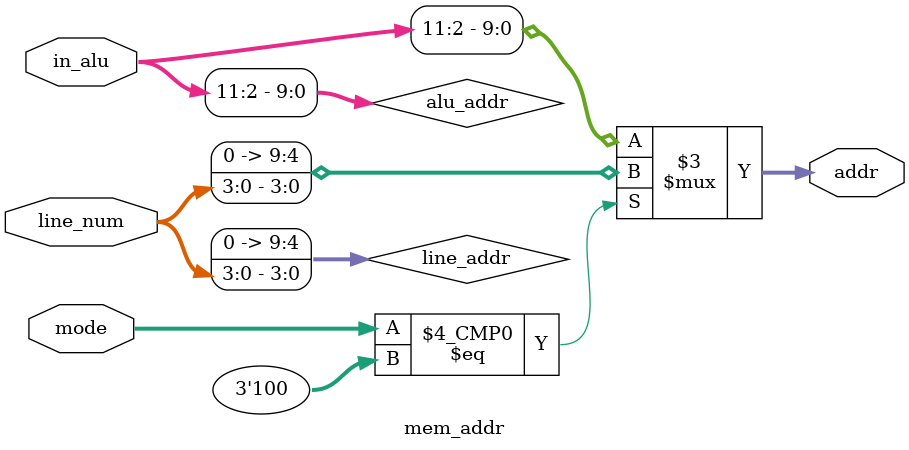
<source format=v>
`timescale 1ns / 1ps


module mem_addr(
	input wire[2:0] mode,
	input wire[3:0] line_num,
	input wire[31:0] in_alu,
	output reg[9:0] addr
    );
    wire[9:0] alu_addr;
    wire[9:0] line_addr;
    assign alu_addr=in_alu[11:2];
    assign line_addr={{6'b0},line_num};
    always@(*)begin
    	case(mode)
    	3'b100: addr<=line_addr;
    	default: addr<=alu_addr;
    	endcase
    end
endmodule

</source>
